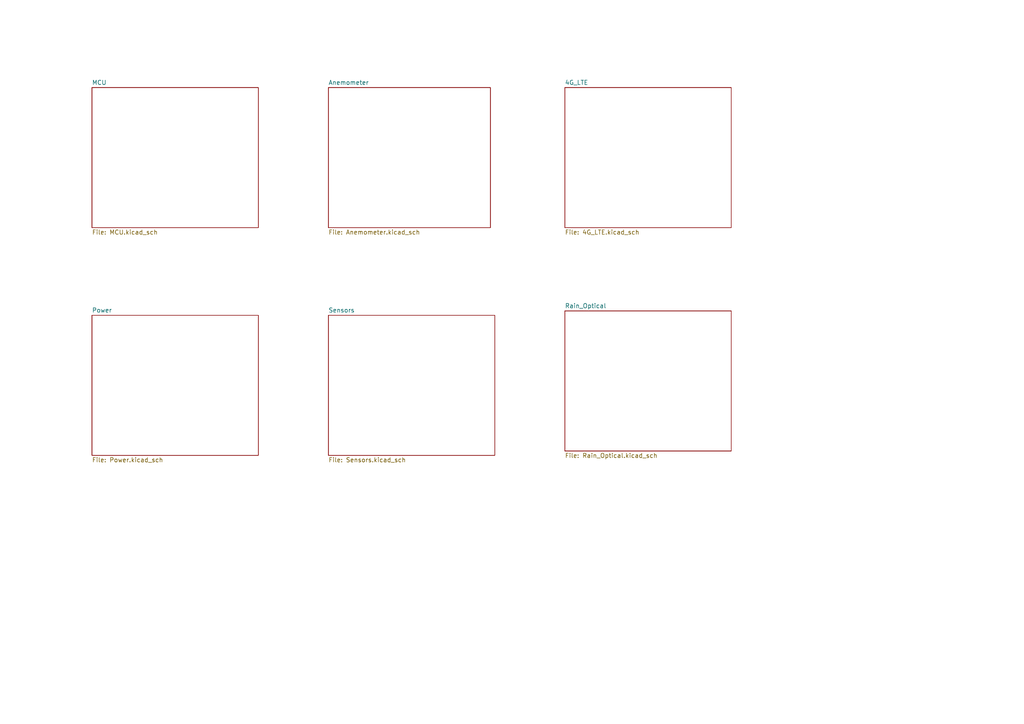
<source format=kicad_sch>
(kicad_sch (version 20211123) (generator eeschema)
  (paper "A4")
  (lib_symbols)
  (sheet (at 163.83 90.17) (size 48.26 40.64) (stroke (width 0.1524))
    (property "Sheet name" "Rain_Optical" (at 163.83 89.4584 0) (effects (justify left bottom)))
    (property "Sheet file" "Rain_Optical.kicad_sch" (at 163.83 131.3946 0) (effects (justify left top)))
  )
  (sheet (at 95.25 91.44) (size 48.26 40.64) (stroke (width 0.1524))
    (property "Sheet name" "Sensors" (at 95.25 90.7284 0) (effects (justify left bottom)))
    (property "Sheet file" "Sensors.kicad_sch" (at 95.25 132.6646 0) (effects (justify left top)))
  )
  (sheet (at 26.67 91.44) (size 48.26 40.64) (stroke (width 0.1524))
    (property "Sheet name" "Power" (at 26.67 90.7284 0) (effects (justify left bottom)))
    (property "Sheet file" "Power.kicad_sch" (at 26.67 132.6646 0) (effects (justify left top)))
  )
  (sheet (at 26.67 25.4) (size 48.26 40.64) (stroke (width 0.1524))
    (property "Sheet name" "MCU" (at 26.67 24.6884 0) (effects (justify left bottom)))
    (property "Sheet file" "MCU.kicad_sch" (at 26.67 66.6246 0) (effects (justify left top)))
  )
  (sheet (at 95.25 25.4) (size 46.99 40.64) (stroke (width 0.1524))
    (property "Sheet name" "Anemometer" (at 95.25 24.6884 0) (effects (justify left bottom)))
    (property "Sheet file" "Anemometer.kicad_sch" (at 95.25 66.6246 0) (effects (justify left top)))
  )
  (sheet (at 163.83 25.4) (size 48.26 40.64) (stroke (width 0.1524))
    (property "Sheet name" "4G_LTE" (at 163.83 24.6884 0) (effects (justify left bottom)))
    (property "Sheet file" "4G_LTE.kicad_sch" (at 163.83 66.6246 0) (effects (justify left top)))
  )
)
</source>
